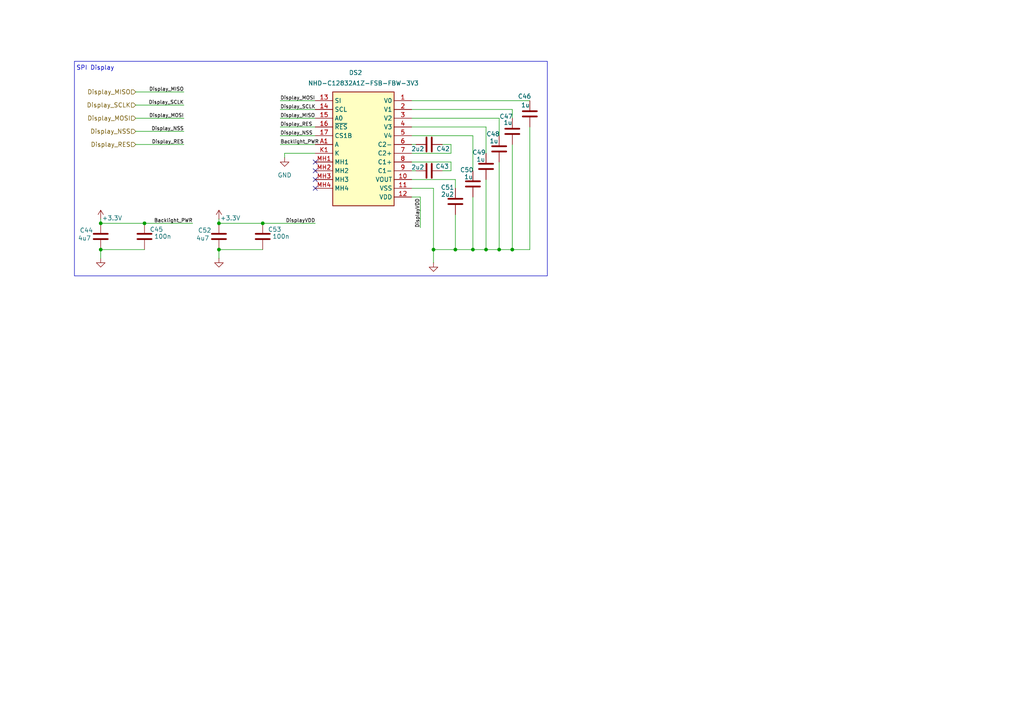
<source format=kicad_sch>
(kicad_sch (version 20250114) (generator "eeschema") (generator_version "9.0")
  (paper "A4")
  (lib_symbols
    (symbol "Device:C" (pin_numbers (hide yes)) (pin_names (offset 0.254))
      (property "Reference" "C" (at 0.635 2.54 0))
      (property "Value" "C" (at 0.635 -2.54 0))
      (symbol "C_0_1"
        (polyline (pts (xy -2.032 0.762) (xy 2.032 0.762)) (stroke (width 0.508)))
        (polyline (pts (xy -2.032 -0.762) (xy 2.032 -0.762)) (stroke (width 0.508)))
      )
      (symbol "C_1_1"
        (pin passive line (at 0 3.81 270) (length 2.794) (name "~") (number "1"))
        (pin passive line (at 0 -3.81 90) (length 2.794) (name "~") (number "2"))
      )
    )
    (symbol "NHD-C12832A1Z-FSB-FBW-3V3:NHD-C12832A1Z-FSB-FBW-3V3"
      (property "Reference" "DS" (at 24.13 7.62 0))
      (property "Value" "NHD-C12832A1Z-FSB-FBW-3V3" (at 24.13 5.08 0))
      (symbol "NHD-C12832A1Z-FSB-FBW-3V3_1_1"
        (rectangle (start 5.08 2.54) (end 22.86 -30.48) (stroke (width 0.254)) (fill (type background)))
        (pin passive line (at 0 0 0) (length 5.08) (name "V0") (number "1"))
        (pin passive line (at 0 -2.54 0) (length 5.08) (name "V1") (number "2"))
        (pin passive line (at 0 -5.08 0) (length 5.08) (name "V2") (number "3"))
        (pin passive line (at 0 -7.62 0) (length 5.08) (name "V3") (number "4"))
        (pin passive line (at 0 -10.16 0) (length 5.08) (name "V4") (number "5"))
        (pin passive line (at 0 -12.7 0) (length 5.08) (name "C2-") (number "6"))
        (pin passive line (at 0 -15.24 0) (length 5.08) (name "C2+") (number "7"))
        (pin passive line (at 0 -17.78 0) (length 5.08) (name "C1+") (number "8"))
        (pin passive line (at 0 -20.32 0) (length 5.08) (name "C1-") (number "9"))
        (pin passive line (at 0 -22.86 0) (length 5.08) (name "VOUT") (number "10"))
        (pin passive line (at 0 -25.4 0) (length 5.08) (name "VSS") (number "11"))
        (pin passive line (at 0 -27.94 0) (length 5.08) (name "VDD") (number "12"))
        (pin passive line (at 27.94 0 180) (length 5.08) (name "SI") (number "13"))
        (pin passive line (at 27.94 -2.54 180) (length 5.08) (name "SCL") (number "14"))
        (pin passive line (at 27.94 -5.08 180) (length 5.08) (name "A0") (number "15"))
        (pin passive line (at 27.94 -7.62 180) (length 5.08) (name "~{RES}") (number "16"))
        (pin passive line (at 27.94 -10.16 180) (length 5.08) (name "CS1B") (number "17"))
        (pin passive line (at 27.94 -12.7 180) (length 5.08) (name "A") (number "A1"))
        (pin passive line (at 27.94 -15.24 180) (length 5.08) (name "K") (number "K1"))
        (pin passive line (at 27.94 -17.78 180) (length 5.08) (name "MH1") (number "MH1"))
        (pin passive line (at 27.94 -20.32 180) (length 5.08) (name "MH2") (number "MH2"))
        (pin passive line (at 27.94 -22.86 180) (length 5.08) (name "MH3") (number "MH3"))
        (pin passive line (at 27.94 -25.4 180) (length 5.08) (name "MH4") (number "MH4"))
      )
    )
    (symbol "power:+3.3V" (power) (pin_numbers (hide yes)) (pin_names (offset 0) (hide yes))
      (property "Value" "+3.3V" (at 0 3.556 0))
      (symbol "+3.3V_0_1"
        (polyline (pts (xy -0.762 1.27) (xy 0 2.54)))
        (polyline (pts (xy 0 2.54) (xy 0.762 1.27)))
        (polyline (pts (xy 0 0) (xy 0 2.54)))
      )
      (symbol "+3.3V_1_1"
        (pin power_in line (at 0 0 90) (length 0) (name "~") (number "1"))
      )
    )
    (symbol "power:GND" (power) (pin_numbers (hide yes)) (pin_names (offset 0) (hide yes))
      (property "Value" "GND" (at 0 -3.81 0))
      (symbol "GND_0_1"
        (polyline (pts (xy 0 0) (xy 0 -1.27) (xy 1.27 -1.27) (xy 0 -2.54) (xy -1.27 -1.27) (xy 0 -1.27)))
      )
      (symbol "GND_1_1"
        (pin power_in line (at 0 0 270) (length 0) (name "~") (number "1"))
      )
    )
  )
  (rectangle (start 21.59 17.78) (end 158.75 80.01))
  (text "SPI Display" (at 22.098 19.812 0) (effects (font (size 1.27 1.27)) (justify left)))
  (junction (at 137.16 72.39))
  (junction (at 29.21 64.77))
  (junction (at 41.91 64.77))
  (junction (at 63.5 64.77))
  (junction (at 63.5 72.39))
  (junction (at 132.08 72.39))
  (junction (at 144.78 72.39))
  (junction (at 148.59 72.39))
  (junction (at 29.21 72.39))
  (junction (at 76.2 64.77))
  (junction (at 125.73 72.39))
  (junction (at 140.97 72.39))
  (no_connect (at 91.44 46.99))
  (no_connect (at 91.44 54.61))
  (no_connect (at 91.44 52.07))
  (no_connect (at 91.44 49.53))
  (wire (pts (xy 29.21 72.39) (xy 29.21 74.93)))
  (wire (pts (xy 41.91 72.39) (xy 29.21 72.39)))
  (wire (pts (xy 29.21 64.77) (xy 41.91 64.77)))
  (wire (pts (xy 148.59 72.39) (xy 144.78 72.39)))
  (wire (pts (xy 41.91 64.77) (xy 55.88 64.77)))
  (wire (pts (xy 119.38 57.15) (xy 121.92 57.15)))
  (wire (pts (xy 153.67 72.39) (xy 148.59 72.39)))
  (wire (pts (xy 119.38 39.37) (xy 137.16 39.37)))
  (wire (pts (xy 144.78 46.99) (xy 144.78 72.39)))
  (wire (pts (xy 130.81 44.45) (xy 130.81 41.91)))
  (wire (pts (xy 140.97 36.83) (xy 140.97 44.45)))
  (wire (pts (xy 76.2 64.77) (xy 91.44 64.77)))
  (wire (pts (xy 140.97 72.39) (xy 137.16 72.39)))
  (wire (pts (xy 144.78 34.29) (xy 144.78 39.37)))
  (wire (pts (xy 153.67 29.21) (xy 119.38 29.21)))
  (wire (pts (xy 119.38 36.83) (xy 140.97 36.83)))
  (wire (pts (xy 130.81 46.99) (xy 130.81 49.53)))
  (wire (pts (xy 125.73 72.39) (xy 125.73 76.2)))
  (wire (pts (xy 39.37 30.48) (xy 53.34 30.48)))
  (wire (pts (xy 130.81 44.45) (xy 119.38 44.45)))
  (wire (pts (xy 76.2 72.39) (xy 63.5 72.39)))
  (wire (pts (xy 63.5 64.77) (xy 76.2 64.77)))
  (wire (pts (xy 119.38 52.07) (xy 132.08 52.07)))
  (wire (pts (xy 81.28 39.37) (xy 91.44 39.37)))
  (wire (pts (xy 63.5 72.39) (xy 63.5 74.93)))
  (wire (pts (xy 120.65 41.91) (xy 119.38 41.91)))
  (wire (pts (xy 63.5 63.5) (xy 63.5 64.77)))
  (wire (pts (xy 91.44 41.91) (xy 81.28 41.91)))
  (wire (pts (xy 137.16 72.39) (xy 132.08 72.39)))
  (wire (pts (xy 140.97 52.07) (xy 140.97 72.39)))
  (wire (pts (xy 119.38 54.61) (xy 125.73 54.61)))
  (wire (pts (xy 119.38 31.75) (xy 148.59 31.75)))
  (wire (pts (xy 81.28 36.83) (xy 91.44 36.83)))
  (wire (pts (xy 29.21 63.5) (xy 29.21 64.77)))
  (wire (pts (xy 132.08 62.23) (xy 132.08 72.39)))
  (wire (pts (xy 148.59 41.91) (xy 148.59 72.39)))
  (wire (pts (xy 39.37 38.1) (xy 53.34 38.1)))
  (wire (pts (xy 39.37 26.67) (xy 53.34 26.67)))
  (wire (pts (xy 81.28 31.75) (xy 91.44 31.75)))
  (wire (pts (xy 130.81 49.53) (xy 128.27 49.53)))
  (wire (pts (xy 81.28 29.21) (xy 91.44 29.21)))
  (wire (pts (xy 81.28 34.29) (xy 91.44 34.29)))
  (wire (pts (xy 144.78 72.39) (xy 140.97 72.39)))
  (wire (pts (xy 119.38 46.99) (xy 130.81 46.99)))
  (wire (pts (xy 137.16 39.37) (xy 137.16 49.53)))
  (wire (pts (xy 82.55 44.45) (xy 91.44 44.45)))
  (wire (pts (xy 119.38 34.29) (xy 144.78 34.29)))
  (wire (pts (xy 39.37 41.91) (xy 53.34 41.91)))
  (wire (pts (xy 132.08 72.39) (xy 125.73 72.39)))
  (wire (pts (xy 119.38 49.53) (xy 120.65 49.53)))
  (wire (pts (xy 137.16 57.15) (xy 137.16 72.39)))
  (wire (pts (xy 153.67 36.83) (xy 153.67 72.39)))
  (wire (pts (xy 82.55 45.72) (xy 82.55 44.45)))
  (wire (pts (xy 121.92 57.15) (xy 121.92 66.04)))
  (wire (pts (xy 125.73 54.61) (xy 125.73 72.39)))
  (wire (pts (xy 148.59 31.75) (xy 148.59 34.29)))
  (wire (pts (xy 132.08 52.07) (xy 132.08 54.61)))
  (wire (pts (xy 39.37 34.29) (xy 53.34 34.29)))
  (wire (pts (xy 130.81 41.91) (xy 128.27 41.91)))
  (label "Display_NSS" (at 81.28 39.37 0) (effects (font (size 1.016 1.016))))
  (label "Backlight_PWR" (at 55.88 64.77 180) (effects (font (size 1.016 1.016))))
  (label "Display_MISO" (at 53.34 26.67 180) (effects (font (size 1.016 1.016))))
  (label "Backlight_PWR" (at 81.28 41.91 0) (effects (font (size 1.016 1.016))))
  (label "Display_SCLK" (at 81.28 31.75 0) (effects (font (size 1.016 1.016))))
  (label "Display_MISO" (at 81.28 34.29 0) (effects (font (size 1.016 1.016))))
  (label "DisplayVDD" (at 91.44 64.77 180) (effects (font (size 1.016 1.016))))
  (label "Display_SCLK" (at 53.34 30.48 180) (effects (font (size 1.016 1.016))))
  (label "Display_RES" (at 81.28 36.83 0) (effects (font (size 1.016 1.016))))
  (label "Display_MOSI" (at 81.28 29.21 0) (effects (font (size 1.016 1.016))))
  (label "Display_NSS" (at 53.34 38.1 180) (effects (font (size 1.016 1.016))))
  (label "DisplayVDD" (at 121.92 66.04 90) (effects (font (size 1.016 1.016))))
  (label "Display_MOSI" (at 53.34 34.29 180) (effects (font (size 1.016 1.016))))
  (label "Display_RES" (at 53.34 41.91 180) (effects (font (size 1.016 1.016))))
  (hierarchical_label "Display_NSS" (shape input) (at 39.37 38.1 180))
  (hierarchical_label "Display_RES" (shape input) (at 39.37 41.91 180))
  (hierarchical_label "Display_MOSI" (shape input) (at 39.37 34.29 180))
  (hierarchical_label "Display_SCLK" (shape input) (at 39.37 30.48 180))
  (hierarchical_label "Display_MISO" (shape input) (at 39.37 26.67 180))
  (symbol (lib_id "Device:C") (at 148.59 38.1 0) (mirror x) (unit 1)
    (property "Reference" "C47" (at 146.812 33.782 0))
    (property "Value" "1u" (at 147.32 35.56 0))
    (property "Footprint" "Capacitor_SMD:C_0603_1608Metric" (effects (hide yes)))
    (property "Description" "Unpolarized capacitor" (effects (hide yes)))
  )
  (symbol (lib_id "Device:C") (at 140.97 48.26 0) (mirror x) (unit 1)
    (property "Reference" "C49" (at 138.938 44.196 0))
    (property "Value" "1u" (at 139.446 46.228 0))
    (property "Footprint" "Capacitor_SMD:C_0603_1608Metric" (effects (hide yes)))
    (property "Description" "Unpolarized capacitor" (effects (hide yes)))
  )
  (symbol (lib_id "Device:C") (at 124.46 41.91 270) (mirror x) (unit 1)
    (property "Reference" "C42" (at 128.524 43.18 90))
    (property "Value" "2u2" (at 121.158 43.18 90))
    (property "Footprint" "Capacitor_SMD:C_0805_2012Metric" (effects (hide yes)))
    (property "Description" "Unpolarized capacitor" (effects (hide yes)))
  )
  (symbol (lib_id "Device:C") (at 144.78 43.18 0) (mirror x) (unit 1)
    (property "Reference" "C48" (at 143.002 38.862 0))
    (property "Value" "1u" (at 143.256 40.894 0))
    (property "Footprint" "Capacitor_SMD:C_0603_1608Metric" (effects (hide yes)))
    (property "Description" "Unpolarized capacitor" (effects (hide yes)))
  )
  (symbol (lib_id "Device:C") (at 76.2 68.58 0) (unit 1)
    (property "Reference" "C53" (at 77.724 66.548 0) (effects (justify left)))
    (property "Value" "100n" (at 78.994 68.58 0) (effects (justify left)))
    (property "Footprint" "Capacitor_SMD:C_0603_1608Metric" (effects (hide yes)))
    (property "Description" "Unpolarized capacitor" (effects (hide yes)))
  )
  (symbol (lib_id "Device:C") (at 41.91 68.58 0) (unit 1)
    (property "Reference" "C45" (at 43.434 66.548 0) (effects (justify left)))
    (property "Value" "100n" (at 44.704 68.58 0) (effects (justify left)))
    (property "Footprint" "Capacitor_SMD:C_0603_1608Metric" (effects (hide yes)))
    (property "Description" "Unpolarized capacitor" (effects (hide yes)))
  )
  (symbol (lib_id "Device:C") (at 63.5 68.58 0) (unit 1)
    (property "Reference" "C52" (at 57.404 66.802 0) (effects (justify left)))
    (property "Value" "4u7" (at 56.896 69.088 0) (effects (justify left)))
    (property "Footprint" "Capacitor_SMD:C_0805_2012Metric" (effects (hide yes)))
    (property "Description" "Unpolarized capacitor" (effects (hide yes)))
  )
  (symbol (lib_id "Device:C") (at 153.67 33.02 0) (mirror x) (unit 1)
    (property "Reference" "C46" (at 152.146 27.94 0))
    (property "Value" "1u" (at 152.4 30.48 0))
    (property "Footprint" "Capacitor_SMD:C_0603_1608Metric" (effects (hide yes)))
    (property "Description" "Unpolarized capacitor" (effects (hide yes)))
  )
  (symbol (lib_id "power:GND") (at 29.21 74.93 0) (unit 1)
    (property "Reference" "#PWR024" (effects (hide yes)))
    (property "Value" "GND" (effects (hide yes)))
    (property "Description" "Power symbol creates a global label with name \"GND\" , ground" (effects (hide yes)))
  )
  (symbol (lib_id "Device:C") (at 137.16 53.34 0) (mirror x) (unit 1)
    (property "Reference" "C50" (at 135.382 49.276 0))
    (property "Value" "1u" (at 135.89 51.308 0))
    (property "Footprint" "Capacitor_SMD:C_0603_1608Metric" (effects (hide yes)))
    (property "Description" "Unpolarized capacitor" (effects (hide yes)))
  )
  (symbol (lib_id "power:GND") (at 82.55 45.72 0) (mirror y) (unit 1)
    (property "Reference" "#PWR046" (effects (hide yes)))
    (property "Value" "GND" (at 82.55 50.8 0))
    (property "Description" "Power symbol creates a global label with name \"GND\" , ground" (effects (hide yes)))
  )
  (symbol (lib_id "Device:C") (at 124.46 49.53 270) (mirror x) (unit 1)
    (property "Reference" "C43" (at 128.27 48.26 90))
    (property "Value" "2u2" (at 121.158 48.514 90))
    (property "Footprint" "Capacitor_SMD:C_0805_2012Metric" (effects (hide yes)))
    (property "Description" "Unpolarized capacitor" (effects (hide yes)))
  )
  (symbol (lib_id "power:+3.3V") (at 63.5 63.5 0) (mirror y) (unit 1)
    (property "Reference" "#PWR048" (effects (hide yes)))
    (property "Value" "+3.3V" (at 66.802 63.246 0))
    (property "Description" "Power symbol creates a global label with name \"+3.3V\"" (effects (hide yes)))
  )
  (symbol (lib_id "NHD-C12832A1Z-FSB-FBW-3V3:NHD-C12832A1Z-FSB-FBW-3V3") (at 119.38 29.21 0) (mirror y) (unit 1)
    (property "Reference" "DS2" (at 103.124 21.082 0))
    (property "Value" "NHD-C12832A1Z-FSB-FBW-3V3" (at 105.41 24.13 0))
    (property "Footprint" "NHDC12832A1ZFSBFBW3V3" (effects (hide yes)))
    (property "Datasheet" "http://www.newhavendisplay.com/specs/NHD-C12832A1Z-FSB-FBW-3V3.pdf" (effects (hide yes)))
    (property "Description" "LCD Graphic Display Modules & Accessories FSTN+ Blue 128x32 3V" (effects (hide yes)))
    (property "Height" "4.3" (effects (hide yes)))
    (property "Mouser Part Number" "763-C12832A1ZFSBFBW3" (effects (hide yes)))
    (property "Mouser Price/Stock" "https://www.mouser.co.uk/ProductDetail/Newhaven-Display/NHD-C12832A1Z-FSB-FBW-3V3?qs=krDt2o00aZcpVcOy6FZsbw%3D%3D" (effects (hide yes)))
    (property "Manufacturer_Name" "Newhaven Display" (effects (hide yes)))
    (property "Manufacturer_Part_Number" "NHD-C12832A1Z-FSB-FBW-3V3" (effects (hide yes)))
  )
  (symbol (lib_id "power:GND") (at 125.73 76.2 0) (unit 1)
    (property "Reference" "#PWR049" (effects (hide yes)))
    (property "Value" "GND" (effects (hide yes)))
    (property "Description" "Power symbol creates a global label with name \"GND\" , ground" (effects (hide yes)))
  )
  (symbol (lib_id "power:+3.3V") (at 29.21 63.5 0) (mirror y) (unit 1)
    (property "Reference" "#PWR047" (effects (hide yes)))
    (property "Value" "+3.3V" (at 32.512 63.246 0))
    (property "Description" "Power symbol creates a global label with name \"+3.3V\"" (effects (hide yes)))
  )
  (symbol (lib_id "Device:C") (at 29.21 68.58 0) (unit 1)
    (property "Reference" "C44" (at 23.114 66.802 0) (effects (justify left)))
    (property "Value" "4u7" (at 22.606 69.088 0) (effects (justify left)))
    (property "Footprint" "Capacitor_SMD:C_0805_2012Metric" (effects (hide yes)))
    (property "Description" "Unpolarized capacitor" (effects (hide yes)))
  )
  (symbol (lib_id "power:GND") (at 63.5 74.93 0) (unit 1)
    (property "Reference" "#PWR023" (effects (hide yes)))
    (property "Value" "GND" (effects (hide yes)))
    (property "Description" "Power symbol creates a global label with name \"GND\" , ground" (effects (hide yes)))
  )
  (symbol (lib_id "Device:C") (at 132.08 58.42 0) (mirror x) (unit 1)
    (property "Reference" "C51" (at 129.794 54.356 0))
    (property "Value" "2u2" (at 129.794 56.388 0))
    (property "Footprint" "Capacitor_SMD:C_0805_2012Metric" (effects (hide yes)))
    (property "Description" "Unpolarized capacitor" (effects (hide yes)))
  )
)
</source>
